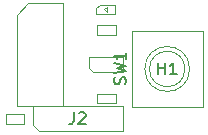
<source format=gbr>
%TF.GenerationSoftware,KiCad,Pcbnew,7.0.5-0*%
%TF.CreationDate,2023-07-03T13:56:25+02:00*%
%TF.ProjectId,Proditor,50726f64-6974-46f7-922e-6b696361645f,rev?*%
%TF.SameCoordinates,Original*%
%TF.FileFunction,AssemblyDrawing,Top*%
%FSLAX46Y46*%
G04 Gerber Fmt 4.6, Leading zero omitted, Abs format (unit mm)*
G04 Created by KiCad (PCBNEW 7.0.5-0) date 2023-07-03 13:56:25*
%MOMM*%
%LPD*%
G01*
G04 APERTURE LIST*
%ADD10C,0.150000*%
%ADD11C,0.100000*%
G04 APERTURE END LIST*
D10*
%TO.C,SW1*%
X154731200Y-90386532D02*
X154778819Y-90243675D01*
X154778819Y-90243675D02*
X154778819Y-90005580D01*
X154778819Y-90005580D02*
X154731200Y-89910342D01*
X154731200Y-89910342D02*
X154683580Y-89862723D01*
X154683580Y-89862723D02*
X154588342Y-89815104D01*
X154588342Y-89815104D02*
X154493104Y-89815104D01*
X154493104Y-89815104D02*
X154397866Y-89862723D01*
X154397866Y-89862723D02*
X154350247Y-89910342D01*
X154350247Y-89910342D02*
X154302628Y-90005580D01*
X154302628Y-90005580D02*
X154255009Y-90196056D01*
X154255009Y-90196056D02*
X154207390Y-90291294D01*
X154207390Y-90291294D02*
X154159771Y-90338913D01*
X154159771Y-90338913D02*
X154064533Y-90386532D01*
X154064533Y-90386532D02*
X153969295Y-90386532D01*
X153969295Y-90386532D02*
X153874057Y-90338913D01*
X153874057Y-90338913D02*
X153826438Y-90291294D01*
X153826438Y-90291294D02*
X153778819Y-90196056D01*
X153778819Y-90196056D02*
X153778819Y-89957961D01*
X153778819Y-89957961D02*
X153826438Y-89815104D01*
X153778819Y-89481770D02*
X154778819Y-89243675D01*
X154778819Y-89243675D02*
X154064533Y-89053199D01*
X154064533Y-89053199D02*
X154778819Y-88862723D01*
X154778819Y-88862723D02*
X153778819Y-88624628D01*
X154778819Y-87719866D02*
X154778819Y-88291294D01*
X154778819Y-88005580D02*
X153778819Y-88005580D01*
X153778819Y-88005580D02*
X153921676Y-88100818D01*
X153921676Y-88100818D02*
X154016914Y-88196056D01*
X154016914Y-88196056D02*
X154064533Y-88291294D01*
%TO.C,J2*%
X150366666Y-92774419D02*
X150366666Y-93488704D01*
X150366666Y-93488704D02*
X150319047Y-93631561D01*
X150319047Y-93631561D02*
X150223809Y-93726800D01*
X150223809Y-93726800D02*
X150080952Y-93774419D01*
X150080952Y-93774419D02*
X149985714Y-93774419D01*
X150795238Y-92869657D02*
X150842857Y-92822038D01*
X150842857Y-92822038D02*
X150938095Y-92774419D01*
X150938095Y-92774419D02*
X151176190Y-92774419D01*
X151176190Y-92774419D02*
X151271428Y-92822038D01*
X151271428Y-92822038D02*
X151319047Y-92869657D01*
X151319047Y-92869657D02*
X151366666Y-92964895D01*
X151366666Y-92964895D02*
X151366666Y-93060133D01*
X151366666Y-93060133D02*
X151319047Y-93202990D01*
X151319047Y-93202990D02*
X150747619Y-93774419D01*
X150747619Y-93774419D02*
X151366666Y-93774419D01*
%TO.C,H1*%
X157512095Y-89558019D02*
X157512095Y-88558019D01*
X157512095Y-89034209D02*
X158083523Y-89034209D01*
X158083523Y-89558019D02*
X158083523Y-88558019D01*
X159083523Y-89558019D02*
X158512095Y-89558019D01*
X158797809Y-89558019D02*
X158797809Y-88558019D01*
X158797809Y-88558019D02*
X158702571Y-88700876D01*
X158702571Y-88700876D02*
X158607333Y-88796114D01*
X158607333Y-88796114D02*
X158512095Y-88843733D01*
D11*
%TO.C,SW1*%
X155274000Y-92353200D02*
X155274000Y-85853200D01*
X161274000Y-92353200D02*
X155274000Y-92353200D01*
X155274000Y-85853200D02*
X161274000Y-85853200D01*
X161274000Y-85853200D02*
X161274000Y-92353200D01*
X159774000Y-89103200D02*
G75*
G03*
X159774000Y-89103200I-1500000J0D01*
G01*
X160174000Y-89103200D02*
G75*
G03*
X160174000Y-89103200I-1900000J0D01*
G01*
%TO.C,R1*%
X152300000Y-86202500D02*
X152300000Y-85377500D01*
X153900000Y-86202500D02*
X152300000Y-86202500D01*
X152300000Y-85377500D02*
X153900000Y-85377500D01*
X153900000Y-85377500D02*
X153900000Y-86202500D01*
%TO.C,C1*%
X146190000Y-93720000D02*
X144590000Y-93720000D01*
X144590000Y-93720000D02*
X144590000Y-92920000D01*
X144590000Y-92920000D02*
X146190000Y-92920000D01*
X146190000Y-92920000D02*
X146190000Y-93720000D01*
%TO.C,J2*%
X147415000Y-94369600D02*
X146890000Y-93844600D01*
X154510000Y-94369600D02*
X147415000Y-94369600D01*
X146890000Y-93844600D02*
X146890000Y-92269600D01*
X146890000Y-92269600D02*
X154510000Y-92269600D01*
X154510000Y-92269600D02*
X154510000Y-94369600D01*
%TO.C,U2*%
X151667800Y-88050000D02*
X154567800Y-88050000D01*
X154567800Y-89350000D02*
X151992800Y-89350000D01*
X151992800Y-89350000D02*
X151667800Y-89025000D01*
X154567800Y-88050000D02*
X154567800Y-89350000D01*
X151667800Y-89025000D02*
X151667800Y-88050000D01*
%TO.C,D1*%
X152287500Y-83960000D02*
X152287500Y-84460000D01*
X152287500Y-84460000D02*
X153887500Y-84460000D01*
X152587500Y-83660000D02*
X152287500Y-83960000D01*
X152887500Y-84060000D02*
X153187500Y-84260000D01*
X153187500Y-83860000D02*
X152887500Y-84060000D01*
X153187500Y-83860000D02*
X153187500Y-84260000D01*
X153887500Y-83660000D02*
X152587500Y-83660000D01*
X153887500Y-84460000D02*
X153887500Y-83660000D01*
%TO.C,U1*%
X145547800Y-84527200D02*
X146522800Y-83552200D01*
X149447800Y-83552200D02*
X149447800Y-92202200D01*
X149447800Y-92202200D02*
X145547800Y-92202200D01*
X145547800Y-92202200D02*
X145547800Y-84527200D01*
X146522800Y-83552200D02*
X149447800Y-83552200D01*
%TO.C,C2*%
X153900000Y-92000000D02*
X152300000Y-92000000D01*
X152300000Y-92000000D02*
X152300000Y-91200000D01*
X152300000Y-91200000D02*
X153900000Y-91200000D01*
X153900000Y-91200000D02*
X153900000Y-92000000D01*
%TD*%
M02*

</source>
